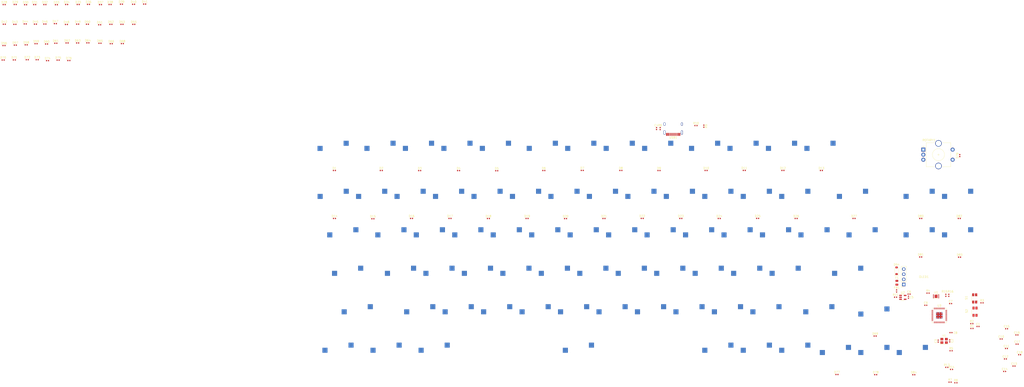
<source format=kicad_pcb>
(kicad_pcb (version 20221018) (generator pcbnew)
  (title_block (title "Model-B") (date "2024-06-18") (rev "0.1") (comment 1 "Made with spite "))
  (layers (0 "F.Cu" signal) (31 "B.Cu" signal) (34 "B.Paste" user) (35 "F.Paste" user) (36 "B.SilkS" user "B.Silkscreen") (37 "F.SilkS" user "F.Silkscreen") (38 "B.Mask" user) (39 "F.Mask" user) (44 "Edge.Cuts" user))
  (net 0 "")
  (net 1 "GND")
  (net 2 "+3V3")
  (net 3 "XIN")
  (net 4 "Net-(C3-Pad1)")
  (net 5 "+1V1")
  (net 6 "Net-(U3-ADC_AVDD)")
  (net 7 "/row0")
  (net 8 "Net-(D1-A)")
  (net 9 "Net-(D2-A)")
  (net 10 "Net-(D3-A)")
  (net 11 "Net-(D4-A)")
  (net 12 "Net-(D5-A)")
  (net 13 "Net-(D6-A)")
  (net 14 "Net-(D7-A)")
  (net 15 "Net-(D8-A)")
  (net 16 "Net-(D9-A)")
  (net 17 "Net-(D10-A)")
  (net 18 "Net-(D11-A)")
  (net 19 "Net-(D12-A)")
  (net 20 "Net-(D13-A)")
  (net 21 "/row1")
  (net 22 "Net-(D14-A)")
  (net 23 "Net-(D15-A)")
  (net 24 "Net-(D16-A)")
  (net 25 "Net-(D17-A)")
  (net 26 "Net-(D18-A)")
  (net 27 "Net-(D19-A)")
  (net 28 "Net-(D20-A)")
  (net 29 "Net-(D21-A)")
  (net 30 "Net-(D22-A)")
  (net 31 "Net-(D23-A)")
  (net 32 "Net-(D24-A)")
  (net 33 "Net-(D25-A)")
  (net 34 "Net-(D26-A)")
  (net 35 "Net-(D27-A)")
  (net 36 "/row2")
  (net 37 "Net-(D28-A)")
  (net 38 "Net-(D29-A)")
  (net 39 "Net-(D30-A)")
  (net 40 "Net-(D31-A)")
  (net 41 "Net-(D32-A)")
  (net 42 "Net-(D33-A)")
  (net 43 "Net-(D34-A)")
  (net 44 "Net-(D35-A)")
  (net 45 "Net-(D36-A)")
  (net 46 "Net-(D37-A)")
  (net 47 "Net-(D38-A)")
  (net 48 "Net-(D39-A)")
  (net 49 "Net-(D40-A)")
  (net 50 "Net-(D41-A)")
  (net 51 "/row3")
  (net 52 "Net-(D42-A)")
  (net 53 "Net-(D43-A)")
  (net 54 "Net-(D44-A)")
  (net 55 "Net-(D45-A)")
  (net 56 "Net-(D46-A)")
  (net 57 "Net-(D47-A)")
  (net 58 "Net-(D48-A)")
  (net 59 "Net-(D49-A)")
  (net 60 "Net-(D50-A)")
  (net 61 "Net-(D51-A)")
  (net 62 "Net-(D52-A)")
  (net 63 "Net-(D53-A)")
  (net 64 "VSYS")
  (net 65 "VBUS")
  (net 66 "Net-(D55-A)")
  (net 67 "/row4")
  (net 68 "Net-(D56-A)")
  (net 69 "Net-(D57-A)")
  (net 70 "Net-(D58-A)")
  (net 71 "Net-(D59-A)")
  (net 72 "Net-(D60-A)")
  (net 73 "Net-(D61-A)")
  (net 74 "Net-(D62-A)")
  (net 75 "Net-(D63-A)")
  (net 76 "Net-(D64-A)")
  (net 77 "Net-(D65-A)")
  (net 78 "Net-(D66-A)")
  (net 79 "Net-(D68-A)")
  (net 80 "Net-(D69-A)")
  (net 81 "/row5")
  (net 82 "Net-(D70-A)")
  (net 83 "Net-(D71-A)")
  (net 84 "Net-(D72-A)")
  (net 85 "Net-(D73-A)")
  (net 86 "Net-(D74-A)")
  (net 87 "Net-(D75-A)")
  (net 88 "Net-(D76-A)")
  (net 89 "Net-(D77-A)")
  (net 90 "Net-(D78-A)")
  (net 91 "/RES")
  (net 92 "Net-(D80-A)")
  (net 93 "Net-(D81-A)")
  (net 94 "Net-(D82-A)")
  (net 95 "Net-(D83-A)")
  (net 96 "Net-(D84-A)")
  (net 97 "Net-(F1-Pad2)")
  (net 98 "Net-(U2-IN)")
  (net 99 "/SCL")
  (net 100 "/SDA")
  (net 101 "/RESCLK")
  (net 102 "VCC")
  (net 103 "/RESDATA")
  (net 104 "/USB_BOOT")
  (net 105 "/QSPI_SS")
  (net 106 "XOUT")
  (net 107 "/GPIO24")
  (net 108 "3V3_EN")
  (net 109 "/ADC_VREF")
  (net 110 "Net-(U3-USB_DP)")
  (net 111 "/USB_DP")
  (net 112 "Net-(U3-USB_DM)")
  (net 113 "/USB_DM")
  (net 114 "/col14")
  (net 115 "/RUN")
  (net 116 "/col0")
  (net 117 "/col2")
  (net 118 "/col3")
  (net 119 "/col4")
  (net 120 "/col5")
  (net 121 "/col6")
  (net 122 "/col7")
  (net 123 "/col8")
  (net 124 "/col9")
  (net 125 "/col10")
  (net 126 "/col11")
  (net 127 "/col12")
  (net 128 "/col13")
  (net 129 "/col1")
  (net 130 "/QSPI_SD1")
  (net 131 "/QSPI_SD2")
  (net 132 "/QSPI_SD0")
  (net 133 "/QSPI_SCLK")
  (net 134 "/QSPI_SD3")
  (net 141 "Net-(USB1-SHIELD)")
  (net 142 "Net-(USB1-CC1)")
  (net 143 "Net-(USB1-CC2)")
  (footprint "Diode_SMD:D_0402_1005Metric" (layer "F.Cu") (at -82.443 1.069)
    (fp_text reference "D76")
    (fp_text value "D")
  )
  (footprint "Capacitor_SMD:C_0402_1005Metric" (layer "F.Cu") (at 333.685 116.752)
    (fp_text reference "C6")
    (fp_text value "10uF")
  )
  (footprint "EVQ-P7A01P:SW_EVQ-P7A01P" (layer "F.Cu") (at 366.333 125.452 90)
    (fp_text reference "S2")
    (fp_text value "RESET")
  )
  (footprint "MX_Only:MXOnly-1U-Hotswap" (layer "F.Cu") (at 339.296 89.943)
    (fp_text reference "SW81")
    (fp_text value "SW_INSERT")
  )
  (footprint "Resistor_SMD:R_0402_1005Metric" (layer "F.Cu") (at 354.494 144.796)
    (fp_text reference "R5")
    (fp_text value "1k")
  )
  (footprint "Diode_SMD:D_0402_1005Metric" (layer "F.Cu") (at 209.834 55.552)
    (fp_text reference "D9")
    (fp_text value "D")
  )
  (footprint "MX_Only:MXOnly-1.75U-Hotswap" (layer "F.Cu") (at 56.2455 109.002)
    (fp_text reference "SW42")
    (fp_text value "SW_CAPS")
  )
  (footprint "MX_Only:MXOnly-2.25U-Hotswap" (layer "F.Cu") (at 61.0085 128.052)
    (fp_text reference "SW56")
    (fp_text value "SW_LSHIFT")
  )
  (footprint "Diode_SMD:D_0402_1005Metric" (layer "F.Cu") (at -98.679 -7.278)
    (fp_text reference "D59")
    (fp_text value "D")
  )
  (footprint "Diode_SMD:D_0402_1005Metric" (layer "F.Cu") (at 317.135 156.639)
    (fp_text reference "D78")
    (fp_text value "D")
  )
  (footprint "Package_TO_SOT_SMD:SOT-23-5" (layer "F.Cu") (at 330.598 118.372)
    (fp_text reference "U2")
    (fp_text value "TLV75533PDBVR")
  )
  (footprint "MX_Only:MXOnly-1U-Hotswap" (layer "F.Cu") (at 149.1145 128.052)
    (fp_text reference "SW60")
    (fp_text value "SW_V")
  )
  (footprint "Resistor_SMD:R_0402_1005Metric" (layer "F.Cu") (at 353.344 117.36 90)
    (fp_text reference "R16")
    (fp_text value "27")
  )
  (footprint "MX_Only:MXOnly-1U-Hotswap" (layer "F.Cu") (at 115.7775 89.952)
    (fp_text reference "SW31")
    (fp_text value "SW_E")
  )
  (footprint "Capacitor_SMD:C_0402_1005Metric" (layer "F.Cu") (at 354.257 121.444)
    (fp_text reference "C7")
    (fp_text value "1uF")
  )
  (footprint "Diode_SMD:D_0402_1005Metric" (layer "F.Cu") (at 339.424 98.363)
    (fp_text reference "D81")
    (fp_text value "D")
  )
  (footprint "MX_Only:MXOnly-1U-Hotswap" (layer "F.Cu") (at 277.702 70.902)
    (fp_text reference "SW26")
    (fp_text value "SW_=")
  )
  (footprint "Diode_SMD:D_0402_1005Metric" (layer "F.Cu") (at -89.1 -17.212)
    (fp_text reference "D47")
    (fp_text value "D")
  )
  (footprint "Diode_SMD:D_0402_1005Metric" (layer "F.Cu") (at -108.993 -26.685)
    (fp_text reference "D29")
    (fp_text value "D")
  )
  (footprint "Capacitor_SMD:C_0402_1005Metric" (layer "F.Cu") (at 353.785 139.915 90)
    (fp_text reference "C2")
    (fp_text value "22pF")
  )
  (footprint "MX_Only:MXOnly-1U-Hotswap" (layer "F.Cu") (at 172.9275 89.952)
    (fp_text reference "SW34")
    (fp_text value "SW_Y")
  )
  (footprint "MX_Only:MXOnly-1U-Hotswap" (layer "F.Cu") (at 335.92 148.214)
    (fp_text reference "SW84")
    (fp_text value "SW_RIGHT")
  )
  (footprint "Capacitor_SMD:C_0402_1005Metric" (layer "F.Cu") (at 380.993 155.05)
    (fp_text reference "C14")
    (fp_text value "0.1uF")
  )
  (footprint "MX_Only:MXOnly-1U-Hotswap" (layer "F.Cu") (at 158.6395 109.002)
    (fp_text reference "SW47")
    (fp_text value "SW_G")
  )
  (footprint "Capacitor_SMD:C_0402_1005Metric" (layer "F.Cu") (at 354.436 135.816 180)
    (fp_text reference "C8")
    (fp_text value "0.1uF")
  )
  (footprint "MX_Only:MXOnly-1.5U-Hotswap" (layer "F.Cu") (at 311.0405 89.952)
    (fp_text reference "SW41")
    (fp_text value "SW_\\")
  )
  (footprint "Diode_SMD:D_0402_1005Metric" (layer "F.Cu") (at 144.492 79.3)
    (fp_text reference "D19")
    (fp_text value "D")
  )
  (footprint "MX_Only:MXOnly-1U-Hotswap" (layer "F.Cu") (at 316.87 148.214)
    (fp_text reference "SW78")
    (fp_text value "SW_DOWN")
  )
  (footprint "MX_Only:MXOnly-1U-Hotswap" (layer "F.Cu") (at 239.6015 147.102)
    (fp_text reference "SW74")
    (fp_text value "SW_RALT")
  )
  (footprint "MX_Only:MXOnly-1U-Hotswap" (layer "F.Cu") (at 72.288 47.11)
    (fp_text reference "SW2")
    (fp_text value "SW_F1")
  )
  (footprint "MX_Only:MXOnly-1U-Hotswap" (layer "F.Cu") (at 201.502 70.902)
    (fp_text reference "SW22")
    (fp_text value "SW_8")
  )
  (footprint "Diode_SMD:D_0402_1005Metric" (layer "F.Cu") (at 358.564 79.28)
    (fp_text reference "D82")
    (fp_text value "D")
  )
  (footprint "MX_Only:MXOnly-1U-Hotswap" (layer "F.Cu") (at 290.188 47.11)
    (fp_text reference "SW13")
    (fp_text value "SW_F12")
  )
  (footprint "Diode_SMD:D_0402_1005Metric" (layer "F.Cu") (at -114.451 -26.634)
    (fp_text reference "D28")
    (fp_text value "D")
  )
  (footprint "MX_Only:MXOnly-1.25U-Hotswap" (layer "F.Cu") (at 99.1075 147.102)
    (fp_text reference "SW72")
    (fp_text value "SW_LALT")
  )
  (footprint "MX_Only:MXOnly-1U-Hotswap" (layer "F.Cu") (at 206.2645 128.052)
    (fp_text reference "SW63")
    (fp_text value "SW_M")
  )
  (footprint "Diode_SMD:D_0402_1005Metric" (layer "F.Cu") (at 110.565 55.57)
    (fp_text reference "D4")
    (fp_text value "D")
  )
  (footprint "Diode_SMD:D_0402_1005Metric" (layer "F.Cu") (at -108.945 -6.561)
    (fp_text reference "D57")
    (fp_text value "D")
  )
  (footprint "MX_Only:MXOnly-1U-Hotswap" (layer "F.Cu") (at 211.0275 89.952)
    (fp_text reference "SW36")
    (fp_text value "SW_I")
  )
  (footprint "MX_Only:MXOnly-1U-Hotswap" (layer "F.Cu") (at 358.346 89.943)
    (fp_text reference "SW83")
    (fp_text value "SW_END")
  )
  (footprint "MX_Only:MXOnly-1U-Hotswap" (layer "F.Cu") (at 297.82 148.214)
    (fp_text reference "SW77")
    (fp_text value "SW_LEFT")
  )
  (footprint "MX_Only:MXOnly-1U-Hotswap" (layer "F.Cu") (at 82.4395 109.002)
    (fp_text reference "SW43")
    (fp_text value "SW_A")
  )
  (footprint "MX_Only:MXOnly-2U-Hotswap" (layer "F.Cu") (at 306.277 70.902)
    (fp_text reference "SW27")
    (fp_text value "SW_BACKSPACE")
  )
  (footprint "Diode_SMD:D_0402_1005Metric" (layer "F.Cu") (at 201.541 79.258)
    (fp_text reference "D22")
    (fp_text value "D")
  )
  (footprint "Resistor_SMD:R_0402_1005Metric" (layer "F.Cu") (at 343.08 116.258)
    (fp_text reference "R4")
    (fp_text value "10k")
  )
  (footprint "Diode_SMD:D_0402_1005Metric" (layer "F.Cu") (at -88.895 -7.482)
    (fp_text reference "D61")
    (fp_text value "D")
  )
  (footprint "MX_Only:MXOnly-1U-Hotswap" (layer "F.Cu") (at 196.7395 109.002)
    (fp_text reference "SW49")
    (fp_text value "SW_J")
  )
  (footprint "Diode_SMD:D_0402_1005Metric" (layer "F.Cu") (at -44.908 -26.89)
    (fp_text reference "D41")
    (fp_text value "D")
  )
  (footprint "MX_Only:MXOnly-1U-Hotswap" (layer "F.Cu") (at 91.338 47.11)
    (fp_text reference "SW3")
    (fp_text value "SW_F2")
  )
  (footprint "Diode_SMD:D_0402_1005Metric" (layer "F.Cu") (at 358.779 48.135 90)
    (fp_text reference "D79")
    (fp_text value "D")
  )
  (footprint "MX_Only:MXOnly-1U-Hotswap" (layer "F.Cu") (at 153.8775 89.952)
    (fp_text reference "SW33")
    (fp_text value "SW_T")
  )
  (footprint "Capacitor_SMD:C_0402_1005Metric" (layer "F.Cu") (at 348.11 140.04 90)
    (fp_text reference "C3")
    (fp_text value "22pF")
  )
  (footprint "MX_Only:MXOnly-1U-Hotswap" (layer "F.Cu") (at 268.1775 89.952)
    (fp_text reference "SW39")
    (fp_text value "SW_[")
  )
  (footprint "Diode_SMD:D_0402_1005Metric" (layer "F.Cu") (at 252.087 55.497)
    (fp_text reference "D11")
    (fp_text value "D")
  )
  (footprint "MX_Only:MXOnly-1U-Hotswap" (layer "F.Cu") (at 144.352 70.902)
    (fp_text reference "SW19")
    (fp_text value "SW_5")
  )
  (footprint "Diode_SMD:D_0402_1005Metric" (layer "F.Cu") (at -83.6325 -16.802)
    (fp_text reference "D48")
    (fp_text value "D")
  )
  (footprint "MX_Only:MXOnly-1U-Hotswap" (layer "F.Cu") (at 110.388 47.11)
    (fp_text reference "SW4")
    (fp_text value "SW_F3")
  )
  (footprint "Diode_SMD:D_0402_1005Metric" (layer "F.Cu") (at -72.714 -26.737)
    (fp_text reference "D36")
    (fp_text value "D")
  )
  (footprint "Resistor_SMD:R_0402_1005Metric" (layer "F.Cu") (at 232.03 33.583 -90)
    (fp_text reference "R9")
    (fp_text value "5.1k")
  )
  (footprint "MX_Only:MXOnly-1U-Hotswap" (layer "F.Cu") (at 233.038 47.11)
    (fp_text reference "SW10")
    (fp_text value "SW_F9")
  )
  (footprint "MX_Only:MXOnly-1U-Hotswap" (layer "F.Cu") (at 68.152 70.902)
    (fp_text reference "SW15")
    (fp_text value "SW_1")
  )
  (footprint "MX_Only:MXOnly-1U-Hotswap" (layer "F.Cu") (at 191.9775 89.952)
    (fp_text reference "SW35")
    (fp_text value "SW_U")
  )
  (footprint "Resistor_SMD:R_0402_1005Metric" (layer "F.Cu") (at 354.709 154.05)
    (fp_text reference "R14")
    (fp_text value "1")
  )
  (footprint "MX_Only:MXOnly-1.75U-Hotswap" (layer "F.Cu") (at 289.6085 128.052)
    (fp_text reference "SW68")
    (fp_text value "SW_RSHIFT")
  )
  (footprint "MX_Only:MXOnly-1.25U-Hotswap" (layer "F.Cu") (at 75.2945 147.102)
    (fp_text reference "SW71")
    (fp_text value "SW_LWIN")
  )
  (footprint "Diode_SMD:D_0402_1005Metric" (layer "F.Cu") (at -103.544 -6.714)
    (fp_text reference "D58")
    (fp_text value "D")
  )
  (footprint "MX_Only:MXOnly-1U-Hotswap" (layer "F.Cu") (at 49.102 70.902)
    (fp_text reference "SW14")
    (fp_text value "SW_`~")
  )
  (footprint "Diode_SMD:D_0402_1005Metric" (layer "F.Cu") (at 306.425 79.285)
    (fp_text reference "D27")
    (fp_text value "D")
  )
  (footprint "Diode_SMD:D_0402_1005Metric" (layer "F.Cu") (at -77.783 -26.685)
    (fp_text reference "D35")
    (fp_text value "D")
  )
  (footprint "MX_Only:MXOnly-1U-Hotswap" (layer "F.Cu") (at 225.3145 128.052)
    (fp_text reference "SW64")
    (fp_text value "SW_,")
  )
  (footprint "Diode_SMD:D_0402_1005Metric" (layer "F.Cu") (at -98.983 -16.956)
    (fp_text reference "D45")
    (fp_text value "D")
  )
  (footprint "RP2040_minimal:RP2040-QFN-56" (layer "F.Cu") (at 348.668 127.301)
    (fp_text reference "U3")
    (fp_text value "RP2040")
  )
  (footprint "Diode_SMD:D_0402_1005Metric" (layer "F.Cu") (at -62.011 -26.685)
    (fp_text reference "D38")
    (fp_text value "D")
  )
  (footprint "Diode_SMD:D_0402_1005Metric" (layer "F.Cu") (at -73.226 -16.905)
    (fp_text reference "D50")
    (fp_text value "D")
  )
  (footprint "Diode_SMD:D_0402_1005Metric" (layer "F.Cu") (at -50.387 -26.788)
    (fp_text reference "D40")
    (fp_text value "D")
  )
  (footprint "MX_Only:MXOnly-1U-Hotswap" (layer "F.Cu") (at 77.6775 89.952)
    (fp_text reference "SW29")
    (fp_text value "SW_Q")
  )
  (footprint "MX_Only:MXOnly-1U-Hotswap" (layer "F.Cu") (at 234.8395 109.002)
    (fp_text reference "SW51")
    (fp_text value "SW_L")
  )
  (footprint "MX_Only:MXOnly-1U-Hotswap" (layer "F.Cu") (at 120.5395 109.002)
    (fp_text reference "SW45")
    (fp_text value "SW_D")
  )
  (footprint "MX_Only:MXOnly-1U-Hotswap" (layer "F.Cu") (at 49.063 47.132)
    (fp_text reference "SW1")
    (fp_text value "SW_ESC")
  )
  (footprint "Resistor_SMD:R_0402_1005Metric" (layer "F.Cu") (at 356.859 160.655)
    (fp_text reference "R8")
    (fp_text value "5.6k")
  )
  (footprint "Diode_SMD:D_0402_1005Metric" (layer "F.Cu") (at -94.323 -17.007)
    (fp_text reference "D46")
    (fp_text value "D")
  )
  (footprint "Diode_SMD:D_0402_1005Metric" (layer "F.Cu") (at -99.369 -26.634)
    (fp_text reference "D31")
    (fp_text value "D")
  )
  (footprint "Resistor_SMD:R_0402_1005Metric" (layer "F.Cu") (at 327.5 115.1965 90)
    (fp_text reference "FB1")
    (fp_text value "FB")
  )
  (footprint "Diode_SMD:D_0402_1005Metric" (layer "F.Cu") (at 49.115 79.288)
    (fp_text reference "D14")
    (fp_text value "D")
  )
  (footprint "MX_Only:MXOnly-1U-Hotswap" (layer "F.Cu") (at 215.7895 109.002)
    (fp_text reference "SW50")
    (fp_text value "SW_K")
  )
  (footprint "Capacitor_SMD:C_0402_1005Metric" (layer "F.Cu") (at 333.383 118.3 -90)
    (fp_text reference "C5")
    (fp_text value "10uF")
  )
  (footprint "Capacitor_SMD:C_0402_1005Metric" (layer "F.Cu") (at 385.653 152.387)
    (fp_text reference "C13")
    (fp_text value "0.1uF")
  )
  (footprint "MX_Only:MXOnly-1U-Hotswap" (layer "F.Cu") (at 358.346 70.893)
    (fp_text reference "SW82")
    (fp_text value "SW_HOME")
  )
  (footprint "MX_Only:MXOnly-1U-Hotswap" (layer "F.Cu") (at 134.8275 89.952)
    (fp_text reference "SW32")
    (fp_text value "SW_R")
  )
  (footprint "Capacitor_SMD:C_0402_1005Metric" (layer "F.Cu") (at 341.947 122.28)
    (fp_text reference "C9")
    (fp_text value "0.1uF")
  )
  (footprint "Diode_SMD:D_0402_1005Metric" (layer "F.Cu") (at -93.48 -7.124)
    (fp_text reference "D60")
    (fp_text value "D")
  )
  (footprint "MX_Only:MXOnly-1U-Hotswap" (layer "F.Cu") (at 258.6515 147.102)
    (fp_text reference "SW75")
    (fp_text value "SW_FN")
  )
  (footprint "MX_Only:MXOnly-1U-Hotswap" (layer "F.Cu") (at 87.202 70.902)
    (fp_text reference "SW16")
    (fp_text value "SW_2")
  )
  (footprint "MX_Only:MXOnly-1U-Hotswap" (layer "F.Cu") (at 316.87 129.164)
    (fp_text reference "SW69")
    (fp_text value "SW_UP")
  )
  (footprint "MX_Only:MXOnly-1U-Hotswap" (layer "F.Cu") (at 258.652 70.902)
    (fp_text reference "SW25")
    (fp_text value "SW_-")
  )
  (footprint "Diode_SMD:D_0402_1005Metric" (layer "F.Cu") (at 182.58 79.306)
    (fp_text reference "D21")
    (fp_text value "D")
  )
  (footprint "Resistor_SMD:R_0402_1005Metric" (layer "F.Cu") (at 228.144 33.281)
    (fp_text reference "R10")
    (fp_text value "5.1k")
  )
  (footprint "Diode_SMD:D_0402_1005Metric" (layer "F.Cu") (at -66.773 -26.634)
    (fp_text reference "D37")
    (fp_text value "D")
  )
  (footprint "Diode_SMD:D_0402_1005Metric" (layer "F.Cu") (at -56.378 -26.839)
    (fp_text reference "D39")
    (fp_text value "D")
  )
  (footprint "Package_SON:SON-8-1EP_3x2mm_P0.5mm_EP1.4x1.6mm" (layer "F.Cu") (at 347.048 117.84)
    (fp_text reference "U1")
    (fp_text value "W25Q16JVUXIQ")
  )
  (footprint "Diode_SMD:D_0402_1005Metric" (layer "F.Cu") (at 336.012 156.676)
    (fp_text reference "D84")
    (fp_text value "D")
  )
  (footprint "Resistor_SMD:R_0402_1005Metric" (layer "F.Cu") (at 364.825 133.775)
    (fp_text reference "R1")
    (fp_text value "10k")
  )
  (footprint "Diode_SMD:D_0402_1005Metric" (layer "F.Cu") (at 239.683 79.294)
    (fp_text reference "D24")
    (fp_text value "D")
  )
  (footprint "Diode_SMD:D_0402_1005Metric" (layer "F.Cu") (at -67.183 -16.649)
    (fp_text reference "D51")
    (fp_text value "D")
  )
  (footprint "Diode_SMD:D_0402_1005Metric" (layer "F.Cu") (at 171.85 55.498)
    (fp_text reference "D7")
    (fp_text value "D")
  )
  (footprint "Diode_SMD:D_0402_1005Metric" (layer "F.Cu") (at -78.09 -7.636)
    (fp_text reference "D63")
    (fp_text value "D")
  )
  (footprint "Diode_SMD:D_0402_1005Metric" (layer "F.Cu") (at -88.588 -26.583)
    (fp_text reference "D33")
    (fp_text value "D")
  )
  (footprint "Resistor_SMD:R_0402_1005Metric" (layer "F.Cu") (at 352.351 153.025)
    (fp_text reference "R13")
    (fp_text value "200")
  )
  (footprint "Diode_SMD:D_0402_1005Metric" (layer "F.Cu") (at -104.029 -17.058)
    (fp_text reference "D44")
    (fp_text value "D")
  )
  (footprint "Capacitor_SMD:C_0402_1005Metric" (layer "F.Cu") (at 379.303 138.971)
    (fp_text reference "C10")
    (fp_text value "0.1uF")
  )
  (footprint "MX_Only:MXOnly-1U-Hotswap" (layer "F.Cu") (at 249.1275 89.952)
    (fp_text reference "SW38")
    (fp_text value "SW_P")
  )
  (footprint "Diode_SMD:D_0402_1005Metric" (layer "F.Cu") (at -103.875 -26.583)
    (fp_text reference "D30")
    (fp_text value "D")
  )
  (footprint "MX_Only:MXOnly-1U-Hotswap" (layer "F.Cu") (at 230.0775 89.952)
    (fp_text reference "SW37")
    (fp_text value "SW_O")
  )
  (footprint "Diode_SMD:D_0402_1005Metric" (layer "F.Cu") (at -98.113 0.66)
    (fp_text reference "D73")
    (fp_text value "D")
  )
  (footprint "Diode_SMD:D_0402_1005Metric" (layer "F.Cu") (at 316.885 137.514)
    (fp_text reference "D69")
    (fp_text value "D")
  )
  (footprint "Diode_SMD:D_0402_1005Metric" (layer "F.Cu") (at 68.131 79.432)
    (fp_text reference "D15")
    (fp_text value "D")
  )
  (footprint "MX_Only:MXOnly-1U-Hotswap" (layer "F.Cu") (at 106.252 70.902)
    (fp_text reference "SW17")
    (fp_text value "SW_3")
  )
  (footprint "MX_Only:MXOnly-1U-Hotswap" (layer "F.Cu") (at 187.2145 128.052)
    (fp_text reference "SW62")
    (fp_text value "SW_N")
  )
  (footprint "Diode_SMD:D_0402_1005Metric" (layer "F.Cu") (at -67.029 -7.482)
    (fp_text reference "D65")
    (fp_text value "D")
  )
  (footprint "Diode_SMD:D_0402_1005Metric" (layer "F.Cu") (at -73.021 -7.687)
    (fp_text reference "D64")
    (fp_text value "D")
  )
  (footprint "Diode_SMD:D_0402_1005Metric" (layer "F.Cu") (at -61.6135 -16.853)
    (fp_text reference "D52")
    (fp_text value "D")
  )
  (footprint "Diode_SMD:D_0402_1005Metric" (layer "F.Cu") (at 72.318 55.535)
    (fp_text reference "D2")
    (fp_text value "D")
  )
  (footprint "Diode_SMD:D_0402_1005Metric" (layer "F.Cu") (at 220.634 79.282)
    (fp_text reference "D23")
    (fp_text value "D")
  )
  (footprint "MX_Only:MXOnly-6.25U-Hotswap" (layer "F.Cu") (at 170.5455 147.102)
    (fp_text reference "SW73")
    (fp_text value "SW_SPACE")
  )
  (footprint "Diode_SMD:D_0402_1005Metric" (layer "F.Cu") (at -78.09 -16.956)
    (fp_text reference "D49")
    (fp_text value "D")
  )
  (footprint "Diode_SMD:D_0402_1005Metric" (layer "F.Cu") (at -114.96 0.813)
    (fp_text reference "D70")
    (fp_text value "D")
  )
  (footprint "Crystal:Crystal_SMD_3225-4Pin_3.2x2.5mm" (layer "F.Cu") (at 351.043 139.893)
    (fp_text reference "Y1")
    (fp_text value "12MHz")
  )
  (footprint "MX_Only:MXOnly-1.25U-Hotswap" (layer "F.Cu") (at 51.4815 147.102)
    (fp_text reference "SW70")
    (fp_text value "SW_LCTRL")
  )
  (footprint "MX_Only:MXOnly-1U-Hotswap" (layer "F.Cu") (at 263.4145 128.052)
    (fp_text reference "SW66")
    (fp_text value "SW_/")
  )
  (footprint "Capacitor_SMD:C_0402_1005Metric" (layer "F.Cu") (at 381.914 143.682)
    (fp_text reference "C11")
    (fp_text value "2.2uF")
  )
  (footprint "Diode_SMD:D_0402_1005Metric" (layer "F.Cu") (at -114.397 -16.905)
    (fp_text reference "D42")
    (fp_text value "D")
  )
  (footprint "Diode_SMD:D_0402_1005Metric" (layer "F.Cu") (at -56.125 -16.853)
    (fp_text reference "D53")
    (fp_text value "D")
  )
  (footprint "Resistor_SMD:R_0402_1005Metric" (layer "F.Cu") (at 369.815 121.072)
    (fp_text reference "R3")
    (fp_text value "1k")
  )
  (footprint "MX_Only:MXOnly-1U-Hotswap" (layer "F.Cu") (at 271.138 47.11)
    (fp_text reference "SW12")
    (fp_text value "SW_F11")
  )
  (footprint "Diode_SMD:D_SOD-123" (layer "F.Cu") (at 327.5 105.1855 90)
    (fp_text reference "D54")
    (fp_text value "1N4002W")
  )
  (footprint "MX_Only:MXOnly-1U-Hotswap" (layer "F.Cu") (at 96.7275 89.952)
    (fp_text reference "SW30")
    (fp_text value "SW_W")
  )
  (footprint "Capacitor_SMD:C_0402_1005Metric" (layer "F.Cu") (at 387.189 141.531)
    (fp_text reference "C17")
    (fp_text value "0.1uF")
  )
  (footprint "MX_Only:MXOnly-2.25U-Hotswap" (layer "F.Cu") (at 303.8955 109.002)
    (fp_text reference "SW55")
    (fp_text value "SW_ENTER")
  )
  (footprint "Resistor_SMD:R_0402_1005Metric" (layer "F.Cu") (at 351.877 117.355 90)
    (fp_text reference "R15")
    (fp_text value "27")
  )
  (footprint "Diode_SMD:D_0402_1005Metric" (layer "F.Cu") (at 125.359 79.311)
    (fp_text reference "D18")
    (fp_text value "D")
  )
  (footprint "Resistor_SMD:R_0402_1005Metric" (layer "F.Cu") (at 326.987 118.284)
    (fp_text reference "R11")
    (fp_text value "100k")
  )
  (footprint "Diode_SMD:D_0402_1005Metric" (layer "F.Cu") (at -109.43 0.762)
    (fp_text reference "D71")
    (fp_text value "D")
  )
  (footprint "Resistor_SMD:R_0402_1005Metric" (layer "F.Cu") (at 364.757 131.368)
    (fp_text reference "R2")
    (fp_text value "10k")
  )
  (footprint "MX_Only:MXOnly-1U-Hotswap" (layer "F.Cu") (at 190.763 47.11)
    (fp_text reference "SW8")
    (fp_text value "SW_F7")
  )
  (footprint "HRO-TYPE-C31-M-12:HRO-TYPE-C-31-M-12" (layer "F.Cu") (at 216.859 29.947 180)
    (fp_text reference "USB1")
    (fp_text value "HRO-TYPE-C-31-M-12")
  )
  (footprint "Diode_SMD:D_0402_1005Metric" (layer "F.Cu") (at 271.201 55.512)
    (fp_text reference "D12")
    (fp_text value "D")
  )
  (footprint "MX_Only:MXOnly-1U-Hotswap" (layer "F.Cu") (at 91.9645 128.052)
    (fp_text reference "SW57")
    (fp_text value "SW_Z")
  )
  (footprint "Diode_SMD:D_0402_1005Metric" (layer "F.Cu") (at -55.917 -7.329)
    (fp_text reference "D68")
    (fp_text value "D")
  )
  (footprint "MX_Only:MXOnly-1.5U-Hotswap" (layer "F.Cu") (at 53.8645 89.952)
    (fp_text reference "SW28")
    (fp_text value "SW_TAB")
  )
  (footprint "MX_Only:MXOnly-1U-Hotswap" (layer "F.Cu") (at 287.2275 89.952)
    (fp_text reference "SW40")
    (fp_text value "SW_]")
  )
  (footprint "Diode_SMD:D_0402_1005Metric" (layer "F.Cu") (at 233.167 55.526)
    (fp_text reference "D10")
    (fp_text value "D")
  )
  (footprint "Diode_SMD:D_0402_1005Metric" (layer "F.Cu") (at -109.174 -16.853)
    (fp_text reference "D43")
    (fp_text value "D")
  )
  (footprint "Diode_SMD:D_0402_1005Metric" (layer "F.Cu") (at -83.545 -26.685)
    (fp_text reference "D34")
    (fp_text value "D")
  )
  (footprint "EVQ-P7A01P:SW_EVQ-P7A01P" (layer "F.Cu") (at 366.168 118.8805 90)
    (fp_text reference "S1")
    (fp_text value "BOOT_SEL")
  )
  (footprint "Resistor_SMD:R_0402_1005Metric" (layer "F.Cu") (at 353.992 160.348)
    (fp_text reference "R7")
    (fp_text value "10k")
  )
  (footprint "Capacitor_SMD:C_0402_1005Metric" (layer "F.Cu") (at 381.402 148.854)
    (fp_text reference "C12")
    (fp_text value "0.1uF")
  )
  (footprint "Diode_SMD:D_0402_1005Metric" (layer "F.Cu") (at 258.676 79.255)
    (fp_text reference "D25")
    (fp_text value "D")
  )
  (footprint "Diode_SMD:D_0402_1005Metric" (layer "F.Cu") (at -114.553 -6.356)
    (fp_text reference "D56")
    (fp_text value "D")
  )
  (footprint "MX_Only:MXOnly-1U-Hotswap" (layer "F.Cu") (at 272.9395 109.002)
    (fp_text reference "SW53")
    (fp_text value "SW_'")
  )
  (footprint "MX_Only:MXOnly-1U-Hotswap" (layer "F.Cu") (at 220.552 70.902)
    (fp_text reference "SW23")
    (fp_text value "SW_9")
  )
  (footprint "MX_Only:MXOnly-1U-Hotswap" (layer "F.Cu") (at 252.088 47.11)
    (fp_text reference "SW11")
    (fp_text value "SW_F10")
  )
  (footprint "Diode_SMD:D_0402_1005Metric" (layer "F.Cu") (at 91.299 55.578)
    (fp_text reference "D3")
    (fp_text value "D")
  )
  (footprint "Diode_SMD:D_0402_1005Metric" (layer "F.Cu") (at -83.314 -7.636)
    (fp_text reference "D62")
    (fp_text value "D")
  )
  (footprint "Capacitor_SMD:C_0402_1005Metric" (layer "F.Cu") (at 381.966 133.901)
    (fp_text reference "C15")
    (fp_text value "0.1uF")
  )
  (footprint "Diode_SMD:D_0402_1005Metric" (layer "F.Cu") (at 163.55 79.351)
    (fp_text reference "D20")
    (fp_text value "D")
  )
  (footprint "Diode_SMD:D_0402_1005Metric" (layer "F.Cu") (at -103.029 0.66)
    (fp_text reference "D72")
    (fp_text value "D")
  )
  (footprint "Diode_SMD:D_0402_1005Metric" (layer "F.Cu") (at 49.088 55.528)
    (fp_text reference "D1")
    (fp_text value "D")
  )
  (footprint "Diode_SMD:D_0402_1005Metric" (layer "F.Cu") (at 339.456 79.283)
    (fp_text reference "D80")
    (fp_text value "D")
  )
  (footprint "MX_Only:MXOnly-1U-Hotswap" (layer "F.Cu") (at 339.296 70.893)
    (fp_text reference "SW80")
    (fp_text value "SW_DEL")
  )
  (footprint "MX_Only:MXOnly-1U-Hotswap" (layer "F.Cu") (at 171.713 47.11)
    (fp_text reference "SW7")
    (fp_text value "SW_F6")
  )
  (footprint "Rotary_Encoder:RotaryEncoder_Alps_EC11E-Switch_Vertical_H20mm_CircularMountingHoles" (layer "F.Cu") (at 340.747 45.192)
    (fp_text reference "ROTARY1")
    (fp_text value "VOLUME")
  )
  (footprint "MX_Only:MXOnly-1U-Hotswap" (layer "F.Cu") (at 244.3645 128.052)
    (fp_text reference "SW65")
    (fp_text value "SW_.")
  )
  (footprint "Diode_SMD:D_0402_1005Metric" (layer "F.Cu") (at 358.678 98.466)
    (fp_text reference "D83")
    (fp_text value "D")
  )
  (footprint "MX_Only:MXOnly-1U-Hotswap" (layer "F.Cu") (at 101.4895 109.002)
    (fp_text reference "SW44")
    (fp_text value "SW_S")
  )
  (footprint "Capacitor_SMD:C_0402_1005Metric" (layer "F.Cu") (at 388.418 146.754)
    (fp_text reference "C18")
    (fp_text value "2.2uF")
  )
  (footprint "MX_Only:MXOnly-1U-Hotswap" (layer "F.Cu") (at 129.438 47.11)
    (fp_text reference "SW5")
    (fp_text value "SW_F4")
  )
  (footprint "MX_Only:MXOnly-1U-Hotswap" (layer "F.Cu") (at 277.7015 147.102)
    (fp_text reference "SW76")
    (fp_text value "SW_RCTRL")
  )
  (footprint "MX_Only:MXOnly-1U-Hotswap" (layer "F.Cu") (at 130.0645 128.052)
    (fp_text reference "SW59")
    (fp_text value "SW_C")
  )
  (footprint "MX_Only:MXOnly-1U-Hotswap" (layer "F.Cu") (at 152.663 47.11)
    (fp_text reference "SW6")
    (fp_text value "SW_F5")
  )
  (footprint "Diode_SMD:D_0402_1005Metric" (layer "F.Cu") (at -87.745 0.864)
    (fp_text reference "D75")
    (fp_text value "D")
  )
  (footprint "MX_Only:MXOnly-1U-Hotswap" (layer "F.Cu") (at 139.5895 109.002)
    (fp_text reference "SW46")
    (fp_text value "SW_F")
  )
  (footprint "Capacitor_SMD:C_0402_1005Metric" (layer "F.Cu") (at 387.086 136.974)
    (fp_text reference "C16")
    (fp_text value "0.1uF")
  )
  (footprint "Diode_SMD:D_0402_1005Metric" (layer "F.Cu") (at 152.779 55.55)
    (fp_text reference "D6")
    (fp_text value "D")
  )
  (footprint "Resistor_SMD:R_0402_1005Metric" (layer "F.Cu") (at 210.421 34.784 90)
    (fp_text reference "R6")
    (fp_text value "10k")
  )
  (footprint "MX_Only:MXOnly-1U-Hotswap" (layer "F.Cu") (at 209.813 47.11)
    (fp_text reference "SW9")
    (fp_text value "SW_F8")
  )
  (footprint "Diode_SMD:D_0402_1005Metric" (layer "F.Cu") (at -92.992 1.121)
    (fp_text reference "D74")
    (fp_text value "D")
  )
  (footprint "MX_Only:MXOnly-1U-Hotswap" (layer "F.Cu") (at 177.6895 109.002)
    (fp_text reference "SW48")
    (fp_text value "SW_H")
  )
  (footprint "Diode_SMD:D_0402_1005Metric" (layer "F.Cu") (at 277.769 79.3)
    (fp_text reference "D26")
    (fp_text value "D")
  )
  (footprint "MX_Only:MXOnly-1U-Hotswap" (layer "F.Cu") (at 239.602 70.902)
    (fp_text reference "SW24")
    (fp_text value "SW_0")
  )
  (footprint "Diode_SMD:D_0402_1005Metric" (layer "F.Cu") (at 297.965 156.572)
    (fp_text reference "D77")
    (fp_text value "D")
  )
  (footprint "Fuse:Fuse_0805_2012Metric" (layer "F.Cu") (at 327.635 111.1215 -90)
    (fp_text reference "F1")
    (fp_text value "0805L050WR")
  )
  (footprint "Diode_SMD:D_0402_1005Metric" (layer "F.Cu") (at 87.275 79.273)
    (fp_text reference "D16")
    (fp_text value "D")
  )
  (footprint "Diode_SMD:D_0402_1005Metric" (layer "F.Cu") (at -94.323 -26.634)
    (fp_text reference "D32")
    (fp_text value "D")
  )
  (footprint "Diode_SMD:D_0402_1005Metric" (layer "F.Cu") (at 190.942 55.515)
    (fp_text reference "D8")
    (fp_text value "D")
  )
  (footprint "Diode_SMD:D_0402_1005Metric" (layer "F.Cu") (at -50.287 -16.853)
    (fp_text reference "D55")
    (fp_text value "D")
  )
  (footprint "Diode_SMD:D_0402_1005Metric" (layer "F.Cu") (at 106.328 79.273)
    (fp_text reference "D17")
    (fp_text value "D")
  )
  (footprint "MX_Only:MXOnly-1U-Hotswap" (layer "F.Cu") (at 111.0145 128.052)
    (fp_text reference "SW58")
    (fp_text value "SW_X")
  )
  (footprint "MX_Only:MXOnly-1U-Hotswap" (layer "F.Cu") (at 182.452 70.902)
    (fp_text reference "SW21")
    (fp_text value "SW_7")
  )
  (footprint "Diode_SMD:D_0402_1005Metric" (layer "F.Cu") (at 290.271 55.526)
    (fp_text reference "D13")
    (fp_text value "D")
  )
  (footprint "MX_Only:MXOnly-1U-Hotswap" (layer "F.Cu") (at 163.402 70.902)
    (fp_text reference "SW20")
    (fp_text value "SW_6")
  )
  (footprint "Capacitor_SMD:C_0402_1005Metric" (layer "F.Cu") (at 208.611 34.757 -90)
    (fp_text reference "C4")
    (fp_text value "0.1uF")
  )
  (footprint "Connector_PinSocket_2.54mm:PinSocket_1x04_P2.54mm_Vertical" (layer "F.Cu") (at 331.042 111.988 180)
    (fp_text reference "OLED1")
    (fp_text value "Conn_01x04")
  )
  (footprint "Diode_SMD:D_0402_1005Metric" (layer "F.Cu") (at -61.424 -7.278)
    (fp_text reference "D66")
    (fp_text value "D")
  )
  (footprint "MX_Only:MXOnly-1U-Hotswap" (layer "F.Cu") (at 125.302 70.902)
    (fp_text reference "SW18")
    (fp_text value "SW_4")
  )
  (footprint "MX_Only:MXOnly-1U-Hotswap" (layer "F.Cu") (at 168.1645 128.052)
    (fp_text reference "SW61")
    (fp_text value "SW_B")
  )
  (footprint "Capacitor_SMD:C_0402_1005Metric" (layer "F.Cu") (at 367.825 132.787)
    (fp_text reference "C1")
    (fp_text value "0.1uF")
  )
  (footprint "Diode_SMD:D_0402_1005Metric" (layer "F.Cu") (at 129.461 55.647)
    (fp_text reference "D5")
    (fp_text value "D")
  )
  (footprint "MX_Only:MXOnly-1U-Hotswap" (layer "F.Cu") (at 253.8895 109.002)
    (fp_text reference "SW52")
    (fp_text value "SW_;")
  )
)
</source>
